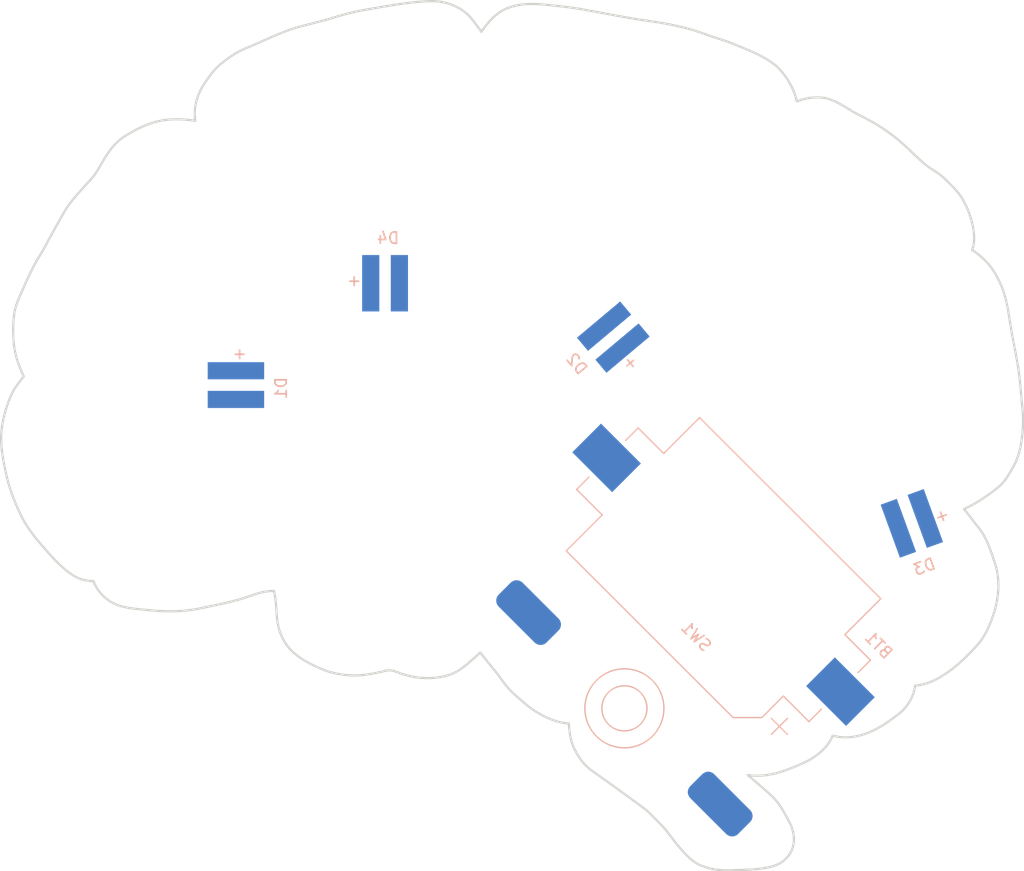
<source format=kicad_pcb>
(kicad_pcb (version 20211014) (generator pcbnew)
  (layers (0 "F.Cu" signal) (31 "B.Cu" signal) (34 "B.Paste" user) (35 "F.Paste" user) (36 "B.SilkS" user "B.Silkscreen") (37 "F.SilkS" user "F.Silkscreen") (38 "B.Mask" user) (39 "F.Mask" user) (44 "Edge.Cuts" user))
  (net 0 "")
  (net 1 "GND")
  (net 2 "+3V0")
  (net 3 "VCC")
  (footprint "binary_kitchen:BatteryHolder_Keystone_1060_1x2032_HandSoldering" (layer "B.Cu") (at 137.63 101.4825 135)
    (fp_text reference "BT1" (at -14.125 5.3 135) (layer "B.SilkS") (effects (justify mirror)))
    (fp_text value "Battery_Cell")
    (fp_line (start 11.35 -8.35) (end -9.55 -8.35) (layer "B.SilkS") (width 0.12))
    (fp_line (start -11.35 8.35) (end 11.35 8.35) (layer "B.SilkS") (width 0.12))
    (fp_line (start 14.55 3.85) (end 14.55 2.3) (layer "B.SilkS") (width 0.12))
    (fp_line (start -11.35 3.85) (end -14.55 3.85) (layer "B.SilkS") (width 0.12))
    (fp_line (start -13 -5) (end -13 -7) (layer "B.SilkS") (width 0.12))
    (fp_line (start 11.35 -8.35) (end 11.35 -3.85) (layer "B.SilkS") (width 0.12))
    (fp_line (start -9.55 -8.35) (end -11.35 -6.55) (layer "B.SilkS") (width 0.12))
    (fp_line (start 11.35 -3.85) (end 14.55 -3.85) (layer "B.SilkS") (width 0.12))
    (fp_line (start -11.35 -3.85) (end -14.55 -3.85) (layer "B.SilkS") (width 0.12))
    (fp_line (start -14.55 -3.85) (end -14.55 -2.3) (layer "B.SilkS") (width 0.12))
    (fp_line (start 14.55 -3.85) (end 14.55 -2.3) (layer "B.SilkS") (width 0.12))
    (fp_line (start -11.35 8.35) (end -11.35 3.85) (layer "B.SilkS") (width 0.12))
    (fp_line (start -14.55 3.85) (end -14.55 2.3) (layer "B.SilkS") (width 0.12))
    (fp_line (start -12 -6) (end -14 -6) (layer "B.SilkS") (width 0.12))
    (fp_line (start 11.35 8.35) (end 11.35 3.85) (layer "B.SilkS") (width 0.12))
    (fp_line (start -11.35 -6.55) (end -11.35 -3.85) (layer "B.SilkS") (width 0.12))
    (fp_line (start 11.35 3.85) (end 14.55 3.85) (layer "B.SilkS") (width 0.12))
    (pad "1" smd rect locked (at -14.65 0 315) (size 5 3.6) (layers "B.Cu" "B.Paste" "B.Mask") (net 2 "+3V0"))
    (pad "2" smd rect locked (at 14.65 0 315) (size 5 3.6) (layers "B.Cu" "B.Paste" "B.Mask") (net 1 "GND"))
  )
  (footprint "binary_kitchen:5mm_SMD-Pad" (layer "B.Cu") (at 107.92 71.145 180)
    (fp_text reference "D4" (at 0 -0.5) (layer "B.SilkS") (effects (justify mirror)))
    (fp_text value "LED")
    (fp_text user "+" (at 3 -4.25) (layer "B.SilkS") (effects (justify mirror)))
    (pad "1" smd rect locked (at -1 -4.5 180) (size 1.524 5) (layers "B.Cu" "B.Paste" "B.Mask") (net 1 "GND"))
    (pad "2" smd rect locked (at 1.54 -4.5 180) (size 1.524 5) (layers "B.Cu" "B.Paste" "B.Mask") (net 3 "VCC"))
  )
  (footprint "binary_kitchen:Push_Button" (layer "B.Cu") (at 137.335282 121.805282 135)
    (fp_text reference "SW1" (at 12 9 135) (layer "B.SilkS") (effects (justify mirror)))
    (fp_text value "SW_DIP_x01")
    (fp_circle (center 12 0) (end 15.5 0) (layer "B.SilkS") (width 0.12) (fill none))
    (fp_circle (center 12 0) (end 14 0) (layer "B.SilkS") (width 0.12) (fill none))
    (pad "1" smd roundrect locked (at 0 0 135) (size 6 3) (layers "B.Cu" "B.Paste" "B.Mask") (net 3 "VCC"))
    (pad "2" smd roundrect locked (at 24 0 135) (size 6 3) (layers "B.Cu" "B.Paste" "B.Mask") (net 2 "+3V0"))
  )
  (footprint "binary_kitchen:5mm_SMD-Pad" (layer "B.Cu") (at 155.595374 101.24759 20)
    (fp_text reference "D3" (at 0 -0.5 20) (layer "B.SilkS") (effects (justify mirror)))
    (fp_text value "LED")
    (fp_text user "+" (at 3 -4.25 20) (layer "B.SilkS") (effects (justify mirror)))
    (pad "1" smd rect locked (at -1 -4.5 20) (size 1.524 5) (layers "B.Cu" "B.Paste" "B.Mask") (net 1 "GND"))
    (pad "2" smd rect locked (at 1.54 -4.5 20) (size 1.524 5) (layers "B.Cu" "B.Paste" "B.Mask") (net 3 "VCC"))
  )
  (footprint "binary_kitchen:5mm_SMD-Pad" (layer "B.Cu") (at 98.94 84.94 90)
    (fp_text reference "D1" (at 0 -0.5 90) (layer "B.SilkS") (effects (justify mirror)))
    (fp_text value "LED")
    (fp_text user "+" (at 3 -4.25 90) (layer "B.SilkS") (effects (justify mirror)))
    (pad "1" smd rect locked (at -1 -4.5 90) (size 1.524 5) (layers "B.Cu" "B.Paste" "B.Mask") (net 1 "GND"))
    (pad "2" smd rect locked (at 1.54 -4.5 90) (size 1.524 5) (layers "B.Cu" "B.Paste" "B.Mask") (net 3 "VCC"))
  )
  (footprint "binary_kitchen:5mm_SMD-Pad" (layer "B.Cu") (at 124.246173 83.106589 -50)
    (fp_text reference "D2" (at 0 -0.5 130) (layer "B.SilkS") (effects (justify mirror)))
    (fp_text value "LED")
    (fp_text user "+" (at 3 -4.25 130) (layer "B.SilkS") (effects (justify mirror)))
    (pad "1" smd rect locked (at -1 -4.5 310) (size 1.524 5) (layers "B.Cu" "B.Paste" "B.Mask") (net 1 "GND"))
    (pad "2" smd rect locked (at 1.54 -4.5 310) (size 1.524 5) (layers "B.Cu" "B.Paste" "B.Mask") (net 3 "VCC"))
  )
  (gr_curve (pts (xy 77.825139 71.842599) (xy 77.524149 72.428296) (xy 77.200892 73.002492) (xy 76.841257 73.55387)) (layer "Edge.Cuts") (width 0.2))
  (gr_curve (pts (xy 75.634734 83.934141) (xy 75.123331 84.531943) (xy 74.643771 85.17596) (xy 74.381334 85.925628)) (layer "Edge.Cuts") (width 0.2))
  (gr_curve (pts (xy 143.268389 123.040346) (xy 142.907685 122.367379) (xy 142.525738 121.692845) (xy 141.974704 121.154196)) (layer "Edge.Cuts") (width 0.2))
  (gr_curve (pts (xy 91.699138 57.862336) (xy 91.115284 58.729275) (xy 90.736819 59.763584) (xy 90.796324 60.819797)) (layer "Edge.Cuts") (width 0.2))
  (gr_curve (pts (xy 131.316432 122.845592) (xy 131.709542 123.261983) (xy 132.159138 123.673031) (xy 132.517465 124.092777)) (layer "Edge.Cuts") (width 0.2))
  (gr_curve (pts (xy 74.773716 81.060267) (xy 74.866902 81.932172) (xy 75.132578 82.775465) (xy 75.497547 83.570099)) (layer "Edge.Cuts") (width 0.2))
  (gr_curve (pts (xy 142.350655 56.428739) (xy 141.175075 55.43603) (xy 139.695133 54.934513) (xy 138.297655 54.352543)) (layer "Edge.Cuts") (width 0.2))
  (gr_curve (pts (xy 90.829587 61.245459) (xy 89.677674 61.065212) (xy 88.484086 61.032779) (xy 87.35 61.34)) (layer "Edge.Cuts") (width 0.2))
  (gr_curve (pts (xy 116.191333 53.360605) (xy 115.793095 52.82385) (xy 115.417197 52.260541) (xy 114.937086 51.792816)) (layer "Edge.Cuts") (width 0.2))
  (gr_curve (pts (xy 73.642456 89.597462) (xy 73.691316 90.829526) (xy 73.960284 92.040454) (xy 74.250683 93.234598)) (layer "Edge.Cuts") (width 0.2))
  (gr_curve (pts (xy 157.927279 109.803658) (xy 158.69067 109.198082) (xy 159.38967 108.512629) (xy 160.042979 107.790843)) (layer "Edge.Cuts") (width 0.2))
  (gr_curve (pts (xy 87.35 61.34) (xy 86.350867 61.603215) (xy 85.42971 62.098843) (xy 84.555921 62.639252)) (layer "Edge.Cuts") (width 0.2))
  (gr_curve (pts (xy 161.234559 105.817147) (xy 161.544016 105.083923) (xy 161.79119 104.291232) (xy 161.884143 103.514638)) (layer "Edge.Cuts") (width 0.2))
  (gr_curve (pts (xy 154.522611 111.751406) (xy 154.559745 111.606428) (xy 154.583375 111.458399) (xy 154.597768 111.30951)) (layer "Edge.Cuts") (width 0.2))
  (gr_curve (pts (xy 138.68646 127.658492) (xy 139.863162 127.612467) (xy 141.0723 127.629909) (xy 142.199933 127.244757)) (layer "Edge.Cuts") (width 0.2))
  (gr_curve (pts (xy 113.455068 110.312742) (xy 114.350029 109.995068) (xy 115.031019 109.300579) (xy 115.732699 108.691093)) (layer "Edge.Cuts") (width 0.2))
  (gr_curve (pts (xy 145.20807 117.911267) (xy 146.07144 117.419029) (xy 146.882821 116.737049) (xy 147.270946 115.798043)) (layer "Edge.Cuts") (width 0.2))
  (gr_curve (pts (xy 76.841257 73.55387) (xy 76.360491 74.41375) (xy 75.938785 75.304843) (xy 75.552689 76.210713)) (layer "Edge.Cuts") (width 0.2))
  (gr_curve (pts (xy 163.291133 91.919207) (xy 163.663061 91.250393) (xy 163.892015 90.511904) (xy 164.002439 89.756257)) (layer "Edge.Cuts") (width 0.2))
  (gr_curve (pts (xy 121.503959 50.925436) (xy 120.261523 50.823743) (xy 118.929167 50.913926) (xy 117.848079 51.593786)) (layer "Edge.Cuts") (width 0.2))
  (gr_curve (pts (xy 158.632494 67.913013) (xy 158.195603 67.295066) (xy 157.628112 66.785632) (xy 157.0949 66.254076)) (layer "Edge.Cuts") (width 0.2))
  (gr_curve (pts (xy 159.622781 70.176629) (xy 159.406178 69.380358) (xy 159.082434 68.605962) (xy 158.632494 67.913013)) (layer "Edge.Cuts") (width 0.2))
  (gr_curve (pts (xy 147.546748 115.799631) (xy 148.677336 116.041074) (xy 149.860825 115.789974) (xy 150.883879 115.283074)) (layer "Edge.Cuts") (width 0.2))
  (gr_curve (pts (xy 144.370725 59.43871) (xy 144.241037 59.480252) (xy 144.074347 59.614594) (xy 144.087891 59.384052)) (layer "Edge.Cuts") (width 0.2))
  (gr_line (start 111.598334 50.646041) (end 111.598334 50.646041) (layer "Edge.Cuts") (width 0.2))
  (gr_curve (pts (xy 80.249349 101.669857) (xy 80.732431 101.923214) (xy 81.280568 102.035599) (xy 81.823413 102.043478)) (layer "Edge.Cuts") (width 0.2))
  (gr_curve (pts (xy 75.497547 83.570099) (xy 75.534798 83.6919) (xy 75.638819 83.821167) (xy 75.634734 83.934141)) (layer "Edge.Cuts") (width 0.2))
  (gr_curve (pts (xy 141.974704 121.154196) (xy 141.526695 120.707323) (xy 141.020754 120.323433) (xy 140.555217 119.895102)) (layer "Edge.Cuts") (width 0.2))
  (gr_curve (pts (xy 117.848079 51.593786) (xy 117.174628 52.054778) (xy 116.628263 52.675609) (xy 116.191333 53.360605)) (layer "Edge.Cuts") (width 0.2))
  (gr_curve (pts (xy 162.091587 75.553834) (xy 161.748888 74.804775) (xy 161.308283 74.090429) (xy 160.699201 73.527722)) (layer "Edge.Cuts") (width 0.2))
  (gr_curve (pts (xy 97.801246 102.910607) (xy 98.139322 104.156956) (xy 97.894149 105.512778) (xy 98.406395 106.720069)) (layer "Edge.Cuts") (width 0.2))
  (gr_curve (pts (xy 143.072298 118.826985) (xy 143.801445 118.566005) (xy 144.520257 118.267227) (xy 145.20807 117.911267)) (layer "Edge.Cuts") (width 0.2))
  (gr_curve (pts (xy 119.444665 112.373759) (xy 120.040104 112.913234) (xy 120.656475 113.440384) (xy 121.370254 113.819299)) (layer "Edge.Cuts") (width 0.2))
  (gr_curve (pts (xy 95.682246 103.364844) (xy 96.362066 103.115453) (xy 97.07053 102.907787) (xy 97.801246 102.910607)) (layer "Edge.Cuts") (width 0.2))
  (gr_curve (pts (xy 139.769217 119.233644) (xy 140.883419 119.396164) (xy 142.021379 119.209831) (xy 143.072298 118.826985)) (layer "Edge.Cuts") (width 0.2))
  (gr_curve (pts (xy 159.651721 72.700505) (xy 159.958085 71.889771) (xy 159.81653 70.996154) (xy 159.622781 70.176629)) (layer "Edge.Cuts") (width 0.2))
  (gr_curve (pts (xy 83.196463 63.994127) (xy 82.689368 64.66183) (xy 82.364428 65.447764) (xy 81.862693 66.117376)) (layer "Edge.Cuts") (width 0.2))
  (gr_curve (pts (xy 102.285738 109.936124) (xy 103.329799 110.32757) (xy 104.460594 110.463047) (xy 105.569761 110.378327)) (layer "Edge.Cuts") (width 0.2))
  (gr_curve (pts (xy 135.872397 127.341449) (xy 136.768856 127.673427) (xy 137.747398 127.728138) (xy 138.68646 127.658492)) (layer "Edge.Cuts") (width 0.2))
  (gr_curve (pts (xy 84.555921 62.639252) (xy 84.014721 62.991976) (xy 83.559519 63.462154) (xy 83.196463 63.994127)) (layer "Edge.Cuts") (width 0.2))
  (gr_curve (pts (xy 143.821722 125.38788) (xy 143.986063 124.566177) (xy 143.683367 123.739656) (xy 143.268389 123.040346)) (layer "Edge.Cuts") (width 0.2))
  (gr_curve (pts (xy 84.409961 104.305501) (xy 85.314672 104.528182) (xy 86.251482 104.559707) (xy 87.174623 104.657407)) (layer "Edge.Cuts") (width 0.2))
  (gr_curve (pts (xy 106.009007 51.384919) (xy 104.96916 51.563833) (xy 103.944911 51.823246) (xy 102.941505 52.148858)) (layer "Edge.Cuts") (width 0.2))
  (gr_curve (pts (xy 91.674087 104.373821) (xy 93.023049 104.092503) (xy 94.382367 103.833484) (xy 95.682246 103.364844)) (layer "Edge.Cuts") (width 0.2))
  (gr_curve (pts (xy 75.505736 96.43227) (xy 75.992728 97.372826) (xy 76.67017 98.197093) (xy 77.353882 98.99963)) (layer "Edge.Cuts") (width 0.2))
  (gr_curve (pts (xy 81.862693 66.117376) (xy 80.944613 67.214434) (xy 79.859057 68.191394) (xy 79.158266 69.454203)) (layer "Edge.Cuts") (width 0.2))
  (gr_curve (pts (xy 146.719179 59.2512) (xy 145.940045 59.092921) (xy 145.11845 59.181098) (xy 144.370725 59.43871)) (layer "Edge.Cuts") (width 0.2))
  (gr_curve (pts (xy 107.750261 109.981852) (xy 108.284328 109.841755) (xy 108.769539 110.171473) (xy 109.26758 110.303641)) (layer "Edge.Cuts") (width 0.2))
  (gr_curve (pts (xy 147.270946 115.798043) (xy 147.29972 115.669046) (xy 147.455985 115.809447) (xy 147.546748 115.799631)) (layer "Edge.Cuts") (width 0.2))
  (gr_curve (pts (xy 95.295271 54.825205) (xy 94.422737 55.193323) (xy 93.642531 55.745421) (xy 92.926333 56.358487)) (layer "Edge.Cuts") (width 0.2))
  (gr_curve (pts (xy 90.796324 60.819797) (xy 90.802224 60.962003) (xy 90.812649 61.104097) (xy 90.829587 61.245459)) (layer "Edge.Cuts") (width 0.2))
  (gr_curve (pts (xy 134.009278 125.959885) (xy 134.517093 126.548573) (xy 135.113855 127.105489) (xy 135.872397 127.341449)) (layer "Edge.Cuts") (width 0.2))
  (gr_curve (pts (xy 98.406395 106.720069) (xy 98.657821 107.378728) (xy 99.062726 107.978049) (xy 99.606897 108.429634)) (layer "Edge.Cuts") (width 0.2))
  (gr_curve (pts (xy 164.002439 89.756257) (xy 164.180556 88.723411) (xy 164.212762 87.666628) (xy 164.094755 86.625239)) (layer "Edge.Cuts") (width 0.2))
  (gr_curve (pts (xy 111.598339 50.646107) (xy 109.715726 50.70771) (xy 107.862172 51.076283) (xy 106.009007 51.384919)) (layer "Edge.Cuts") (width 0.2))
  (gr_curve (pts (xy 161.884143 103.514638) (xy 162.086007 102.371741) (xy 161.957271 101.181749) (xy 161.548659 100.097627)) (layer "Edge.Cuts") (width 0.2))
  (gr_curve (pts (xy 116.088497 108.37436) (xy 116.71048 109.222768) (xy 117.438742 109.986908) (xy 118.030631 110.858967)) (layer "Edge.Cuts") (width 0.2))
  (gr_curve (pts (xy 102.941505 52.148858) (xy 101.721855 52.510409) (xy 100.458671 52.76534) (xy 99.238891 53.16585)) (layer "Edge.Cuts") (width 0.2))
  (gr_curve (pts (xy 77.353882 98.99963) (xy 78.223628 99.98153) (xy 79.091085 101.015596) (xy 80.249349 101.669857)) (layer "Edge.Cuts") (width 0.2))
  (gr_curve (pts (xy 99.606897 108.429634) (xy 100.385456 109.109063) (xy 101.333955 109.555299) (xy 102.285738 109.936124)) (layer "Edge.Cuts") (width 0.2))
  (gr_curve (pts (xy 79.158266 69.454203) (xy 78.703913 70.244651) (xy 78.270801 71.047275) (xy 77.825139 71.842599)) (layer "Edge.Cuts") (width 0.2))
  (gr_curve (pts (xy 109.26758 110.303641) (xy 110.614809 110.734819) (xy 112.110652 110.778242) (xy 113.455068 110.312742)) (layer "Edge.Cuts") (width 0.2))
  (gr_curve (pts (xy 74.381334 85.925628) (xy 73.91619 87.089223) (xy 73.617827 88.339128) (xy 73.642456 89.597462)) (layer "Edge.Cuts") (width 0.2))
  (gr_curve (pts (xy 160.072218 97.118366) (xy 159.687448 96.635266) (xy 159.325194 96.13446) (xy 158.934968 95.655689)) (layer "Edge.Cuts") (width 0.2))
  (gr_curve (pts (xy 115.732699 108.691093) (xy 115.851298 108.585514) (xy 115.969898 108.479937) (xy 116.088497 108.37436)) (layer "Edge.Cuts") (width 0.2))
  (gr_curve (pts (xy 160.699201 73.527722) (xy 160.375637 73.222998) (xy 160.035201 72.927112) (xy 159.651721 72.700505)) (layer "Edge.Cuts") (width 0.2))
  (gr_curve (pts (xy 74.250683 93.234598) (xy 74.555612 94.340384) (xy 75.005687 95.401993) (xy 75.505736 96.43227)) (layer "Edge.Cuts") (width 0.2))
  (gr_curve (pts (xy 163.632385 82.53526) (xy 163.421785 81.343117) (xy 163.155182 80.160779) (xy 162.986635 78.961013)) (layer "Edge.Cuts") (width 0.2))
  (gr_curve (pts (xy 133.561699 52.857095) (xy 132.083334 52.49873) (xy 130.563645 52.374214) (xy 129.070945 52.092494)) (layer "Edge.Cuts") (width 0.2))
  (gr_curve (pts (xy 124.490972 117.052377) (xy 124.865958 117.803241) (xy 125.39818 118.49729) (xy 126.118225 118.945055)) (layer "Edge.Cuts") (width 0.2))
  (gr_curve (pts (xy 162.986635 78.961013) (xy 162.796987 77.802067) (xy 162.622669 76.615832) (xy 162.091587 75.553834)) (layer "Edge.Cuts") (width 0.2))
  (gr_curve (pts (xy 129.681405 121.514169) (xy 130.24492 121.934476) (xy 130.84618 122.315005) (xy 131.316432 122.845592)) (layer "Edge.Cuts") (width 0.2))
  (gr_curve (pts (xy 144.087891 59.384052) (xy 143.804371 58.261531) (xy 143.181375 57.230519) (xy 142.350655 56.428739)) (layer "Edge.Cuts") (width 0.2))
  (gr_curve (pts (xy 126.118225 118.945055) (xy 127.313567 119.790745) (xy 128.497493 120.652792) (xy 129.681405 121.514169)) (layer "Edge.Cuts") (width 0.2))
  (gr_curve (pts (xy 161.971667 93.718209) (xy 162.560428 93.243531) (xy 162.921833 92.563993) (xy 163.291133 91.919207)) (layer "Edge.Cuts") (width 0.2))
  (gr_curve (pts (xy 129.070945 52.092494) (xy 127.699785 51.851911) (xy 126.333924 51.581409) (xy 124.963107 51.340591)) (layer "Edge.Cuts") (width 0.2))
  (gr_curve (pts (xy 149.434767 60.632472) (xy 148.545968 60.14597) (xy 147.723177 59.487348) (xy 146.719179 59.2512)) (layer "Edge.Cuts") (width 0.2))
  (gr_curve (pts (xy 160.042979 107.790843) (xy 160.561592 107.21498) (xy 160.955019 106.53825) (xy 161.234559 105.817147)) (layer "Edge.Cuts") (width 0.2))
  (gr_curve (pts (xy 154.597768 111.30951) (xy 155.845638 111.214389) (xy 156.956414 110.548862) (xy 157.927279 109.803658)) (layer "Edge.Cuts") (width 0.2))
  (gr_curve (pts (xy 121.370254 113.819299) (xy 122.152315 114.271146) (xy 123.022016 114.60123) (xy 123.927811 114.671133)) (layer "Edge.Cuts") (width 0.2))
  (gr_curve (pts (xy 157.0949 66.254076) (xy 156.524453 65.74356) (xy 155.80299 65.43895) (xy 155.250842 64.904987)) (layer "Edge.Cuts") (width 0.2))
  (gr_curve (pts (xy 118.030631 110.858967) (xy 118.433769 111.423074) (xy 118.9016 111.941139) (xy 119.444665 112.373759)) (layer "Edge.Cuts") (width 0.2))
  (gr_curve (pts (xy 164.094755 86.625239) (xy 163.965249 85.258666) (xy 163.882519 83.888649) (xy 163.632385 82.53526)) (layer "Edge.Cuts") (width 0.2))
  (gr_curve (pts (xy 142.199933 127.244757) (xy 143.013505 126.961391) (xy 143.680927 126.249771) (xy 143.821722 125.38788)) (layer "Edge.Cuts") (width 0.2))
  (gr_curve (pts (xy 81.823413 102.043478) (xy 82.233364 103.168621) (xy 83.244191 104.041148) (xy 84.409961 104.305501)) (layer "Edge.Cuts") (width 0.2))
  (gr_curve (pts (xy 92.926333 56.358487) (xy 92.443889 56.793657) (xy 92.068625 57.331886) (xy 91.699138 57.862336)) (layer "Edge.Cuts") (width 0.2))
  (gr_curve (pts (xy 153.220485 113.760411) (xy 153.846971 113.249135) (xy 154.315492 112.534192) (xy 154.522611 111.751406)) (layer "Edge.Cuts") (width 0.2))
  (gr_curve (pts (xy 138.297655 54.352543) (xy 137.55852 54.055877) (xy 136.803984 53.871875) (xy 136.06586 53.590745)) (layer "Edge.Cuts") (width 0.2))
  (gr_curve (pts (xy 155.250842 64.904987) (xy 154.30067 64.056408) (xy 153.428781 63.114843) (xy 152.383703 62.373486)) (layer "Edge.Cuts") (width 0.2))
  (gr_curve (pts (xy 105.569761 110.378327) (xy 106.310081 110.322627) (xy 107.024028 110.137774) (xy 107.750261 109.981852)) (layer "Edge.Cuts") (width 0.2))
  (gr_curve (pts (xy 99.238891 53.16585) (xy 97.890974 53.636774) (xy 96.619236 54.294563) (xy 95.295271 54.825205)) (layer "Edge.Cuts") (width 0.2))
  (gr_curve (pts (xy 161.548659 100.097627) (xy 161.2055 99.042111) (xy 160.815859 97.965138) (xy 160.072218 97.118366)) (layer "Edge.Cuts") (width 0.2))
  (gr_curve (pts (xy 87.174623 104.657407) (xy 88.677186 104.785248) (xy 90.204433 104.729871) (xy 91.674087 104.373821)) (layer "Edge.Cuts") (width 0.2))
  (gr_curve (pts (xy 124.963107 51.340591) (xy 123.811588 51.150017) (xy 122.660074 51.032544) (xy 121.503959 50.925436)) (layer "Edge.Cuts") (width 0.2))
  (gr_curve (pts (xy 123.927811 114.671133) (xy 123.983353 115.486478) (xy 124.08835 116.325501) (xy 124.490972 117.052377)) (layer "Edge.Cuts") (width 0.2))
  (gr_curve (pts (xy 132.517465 124.092777) (xy 133.007667 124.720958) (xy 133.466049 125.374738) (xy 134.009278 125.959885)) (layer "Edge.Cuts") (width 0.2))
  (gr_curve (pts (xy 158.934968 95.655689) (xy 160.031258 95.156682) (xy 161.037442 94.47416) (xy 161.971667 93.718209)) (layer "Edge.Cuts") (width 0.2))
  (gr_curve (pts (xy 74.799963 78.369423) (xy 74.672378 79.259418) (xy 74.685509 80.167166) (xy 74.773716 81.060267)) (layer "Edge.Cuts") (width 0.2))
  (gr_curve (pts (xy 114.937086 51.792816) (xy 114.034439 50.986787) (xy 112.80087 50.59027) (xy 111.598334 50.646041)) (layer "Edge.Cuts") (width 0.2))
  (gr_curve (pts (xy 140.555217 119.895102) (xy 140.295711 119.67163) (xy 140.034573 119.450155) (xy 139.769217 119.233644)) (layer "Edge.Cuts") (width 0.2))
  (gr_curve (pts (xy 136.06586 53.590745) (xy 135.250341 53.284659) (xy 134.413056 53.04094) (xy 133.561699 52.857095)) (layer "Edge.Cuts") (width 0.2))
  (gr_curve (pts (xy 75.552689 76.210713) (xy 75.247762 76.909265) (xy 74.898488 77.603828) (xy 74.799963 78.369423)) (layer "Edge.Cuts") (width 0.2))
  (gr_curve (pts (xy 152.383703 62.373486) (xy 151.465954 61.689795) (xy 150.465644 61.125465) (xy 149.434767 60.632472)) (layer "Edge.Cuts") (width 0.2))
  (gr_curve (pts (xy 150.883879 115.283074) (xy 151.732085 114.892036) (xy 152.484264 114.327876) (xy 153.220485 113.760411)) (layer "Edge.Cuts") (width 0.2))
)
</source>
